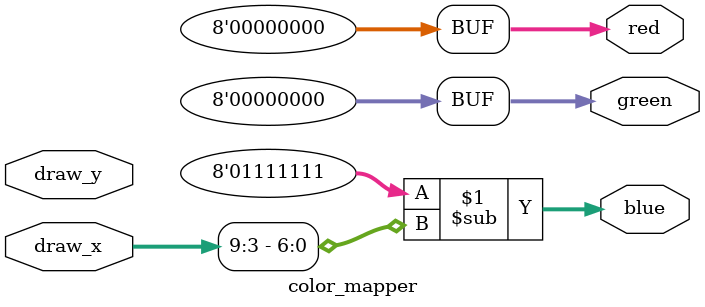
<source format=sv>


module color_mapper(input        [9:0] draw_x, draw_y,
                    output logic [7:0] red, green, blue);

	 assign red = 8'h00; 
    assign green = 8'h00;
    assign blue = 8'h7f - draw_x[9:3];
    
endmodule

</source>
